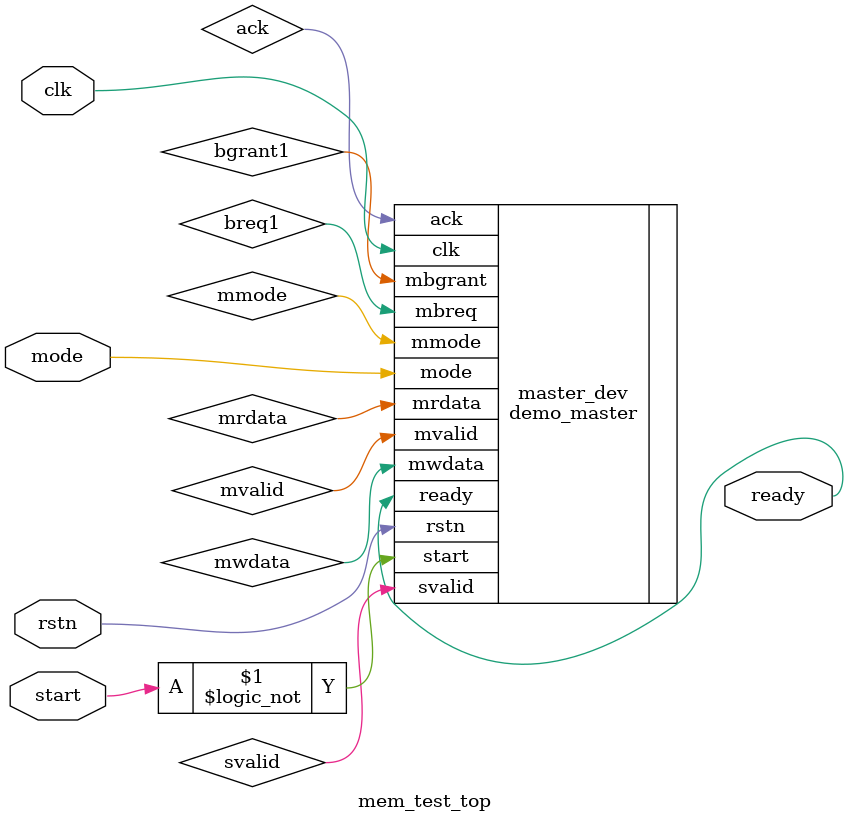
<source format=v>
module mem_test_top (
    input clk, rstn,

    // Control signals
    input start,
    input mode,
    output ready
);
    // Parameters
    parameter ADDR_WIDTH = 16;
    parameter DATA_WIDTH = 8;
    parameter SLAVE_MEM_ADDR_WIDTH = 12;
    parameter DEVICE_ADDR_WIDTH = ADDR_WIDTH - SLAVE_MEM_ADDR_WIDTH;

    wire mrdata;					  // Read data from serial bus
    wire mwdata;				  // Write data to serial bus
    wire mmode;					  // 0 - read, 1 - write
    wire mvalid;				  // Write data valid
    wire svalid;					  // Read data valid from serial bus
    wire sready;

    // Arbiter signals
    wire breq1, bgrant1, msel, ack;

    // Instantiate the DUT (Device Under Test)
    demo_master #(
        .ADDR_WIDTH(ADDR_WIDTH),
        .DATA_WIDTH(DATA_WIDTH),
        .SLAVE_MEM_ADDR_WIDTH(SLAVE_MEM_ADDR_WIDTH)
    ) master_dev (
        .clk(clk),
        .rstn(rstn),
        .start(!start),
        .mode(mode),
        .ready(ready),
        .mrdata(mrdata),
        .mwdata(mwdata),
        .mmode(mmode),
        .mvalid(mvalid),
        .svalid(svalid),
        .mbreq(breq1),
        .mbgrant(bgrant1),
        .ack(ack)
    );

endmodule
</source>
